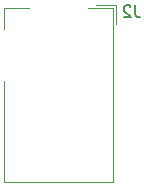
<source format=gbr>
%TF.GenerationSoftware,KiCad,Pcbnew,7.0.2*%
%TF.CreationDate,2023-09-15T09:46:50+02:00*%
%TF.ProjectId,opendaq_carrier_1.0,6f70656e-6461-4715-9f63-617272696572,rev?*%
%TF.SameCoordinates,Original*%
%TF.FileFunction,Legend,Bot*%
%TF.FilePolarity,Positive*%
%FSLAX46Y46*%
G04 Gerber Fmt 4.6, Leading zero omitted, Abs format (unit mm)*
G04 Created by KiCad (PCBNEW 7.0.2) date 2023-09-15 09:46:50*
%MOMM*%
%LPD*%
G01*
G04 APERTURE LIST*
%ADD10C,0.150000*%
%ADD11C,0.120000*%
G04 APERTURE END LIST*
D10*
%TO.C,J2*%
X112511333Y-114270619D02*
X112511333Y-114984904D01*
X112511333Y-114984904D02*
X112558952Y-115127761D01*
X112558952Y-115127761D02*
X112654190Y-115223000D01*
X112654190Y-115223000D02*
X112797047Y-115270619D01*
X112797047Y-115270619D02*
X112892285Y-115270619D01*
X112082761Y-114365857D02*
X112035142Y-114318238D01*
X112035142Y-114318238D02*
X111939904Y-114270619D01*
X111939904Y-114270619D02*
X111701809Y-114270619D01*
X111701809Y-114270619D02*
X111606571Y-114318238D01*
X111606571Y-114318238D02*
X111558952Y-114365857D01*
X111558952Y-114365857D02*
X111511333Y-114461095D01*
X111511333Y-114461095D02*
X111511333Y-114556333D01*
X111511333Y-114556333D02*
X111558952Y-114699190D01*
X111558952Y-114699190D02*
X112130380Y-115270619D01*
X112130380Y-115270619D02*
X111511333Y-115270619D01*
D11*
X110900000Y-114200000D02*
X110900000Y-115800000D01*
X110600000Y-129200000D02*
X110600000Y-114500000D01*
X110600000Y-114500000D02*
X108500000Y-114500000D01*
X109200000Y-114200000D02*
X110900000Y-114200000D01*
X103500000Y-114500000D02*
X101400000Y-114500000D01*
X101400000Y-129200000D02*
X110600000Y-129200000D01*
X101400000Y-120700000D02*
X101400000Y-129200000D01*
X101400000Y-114500000D02*
X101400000Y-116300000D01*
%TD*%
M02*

</source>
